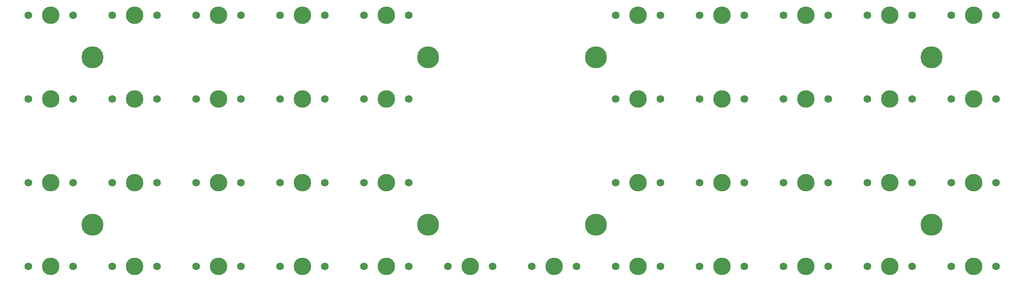
<source format=gts>
G04 #@! TF.GenerationSoftware,KiCad,Pcbnew,5.1.9+dfsg1-1*
G04 #@! TF.CreationDate,2022-03-28T16:06:31+02:00*
G04 #@! TF.ProjectId,la_nc,6c615f6e-632e-46b6-9963-61645f706362,rev?*
G04 #@! TF.SameCoordinates,Original*
G04 #@! TF.FileFunction,Soldermask,Top*
G04 #@! TF.FilePolarity,Negative*
%FSLAX46Y46*%
G04 Gerber Fmt 4.6, Leading zero omitted, Abs format (unit mm)*
G04 Created by KiCad (PCBNEW 5.1.9+dfsg1-1) date 2022-03-28 16:06:31*
%MOMM*%
%LPD*%
G01*
G04 APERTURE LIST*
%ADD10C,1.750000*%
%ADD11C,3.987800*%
%ADD12C,5.000000*%
G04 APERTURE END LIST*
D10*
X160655000Y-98425000D03*
X150495000Y-98425000D03*
D11*
X155575000Y-98425000D03*
D10*
X141605000Y-98425000D03*
X131445000Y-98425000D03*
D11*
X136525000Y-98425000D03*
D10*
X255905000Y-98425000D03*
X245745000Y-98425000D03*
D11*
X250825000Y-98425000D03*
D10*
X236855000Y-98425000D03*
X226695000Y-98425000D03*
D11*
X231775000Y-98425000D03*
D10*
X217805000Y-98425000D03*
X207645000Y-98425000D03*
D11*
X212725000Y-98425000D03*
D10*
X198755000Y-98425000D03*
X188595000Y-98425000D03*
D11*
X193675000Y-98425000D03*
D10*
X179705000Y-98425000D03*
X169545000Y-98425000D03*
D11*
X174625000Y-98425000D03*
D10*
X122555000Y-98425000D03*
X112395000Y-98425000D03*
D11*
X117475000Y-98425000D03*
D10*
X103505000Y-98425000D03*
X93345000Y-98425000D03*
D11*
X98425000Y-98425000D03*
D10*
X84455000Y-98425000D03*
X74295000Y-98425000D03*
D11*
X79375000Y-98425000D03*
D10*
X65405000Y-98425000D03*
X55245000Y-98425000D03*
D11*
X60325000Y-98425000D03*
D10*
X46355000Y-98425000D03*
X36195000Y-98425000D03*
D11*
X41275000Y-98425000D03*
D10*
X255905000Y-79375000D03*
X245745000Y-79375000D03*
D11*
X250825000Y-79375000D03*
D10*
X236855000Y-79375000D03*
X226695000Y-79375000D03*
D11*
X231775000Y-79375000D03*
D10*
X217805000Y-79375000D03*
X207645000Y-79375000D03*
D11*
X212725000Y-79375000D03*
D10*
X198755000Y-79375000D03*
X188595000Y-79375000D03*
D11*
X193675000Y-79375000D03*
D10*
X179705000Y-79375000D03*
X169545000Y-79375000D03*
D11*
X174625000Y-79375000D03*
D10*
X122555000Y-79375000D03*
X112395000Y-79375000D03*
D11*
X117475000Y-79375000D03*
D10*
X103505000Y-79375000D03*
X93345000Y-79375000D03*
D11*
X98425000Y-79375000D03*
D10*
X84455000Y-79375000D03*
X74295000Y-79375000D03*
D11*
X79375000Y-79375000D03*
D10*
X65405000Y-79375000D03*
X55245000Y-79375000D03*
D11*
X60325000Y-79375000D03*
D10*
X46355000Y-79375000D03*
X36195000Y-79375000D03*
D11*
X41275000Y-79375000D03*
D10*
X255905000Y-60325000D03*
X245745000Y-60325000D03*
D11*
X250825000Y-60325000D03*
D10*
X236855000Y-60325000D03*
X226695000Y-60325000D03*
D11*
X231775000Y-60325000D03*
D10*
X217805000Y-60325000D03*
X207645000Y-60325000D03*
D11*
X212725000Y-60325000D03*
D10*
X198755000Y-60325000D03*
X188595000Y-60325000D03*
D11*
X193675000Y-60325000D03*
D10*
X179705000Y-60325000D03*
X169545000Y-60325000D03*
D11*
X174625000Y-60325000D03*
D10*
X122555000Y-60325000D03*
X112395000Y-60325000D03*
D11*
X117475000Y-60325000D03*
D10*
X103505000Y-60325000D03*
X93345000Y-60325000D03*
D11*
X98425000Y-60325000D03*
D10*
X84455000Y-60325000D03*
X74295000Y-60325000D03*
D11*
X79375000Y-60325000D03*
D10*
X65405000Y-60325000D03*
X55245000Y-60325000D03*
D11*
X60325000Y-60325000D03*
D10*
X46355000Y-60325000D03*
X36195000Y-60325000D03*
D11*
X41275000Y-60325000D03*
D10*
X255905000Y-41275000D03*
X245745000Y-41275000D03*
D11*
X250825000Y-41275000D03*
D10*
X236855000Y-41275000D03*
X226695000Y-41275000D03*
D11*
X231775000Y-41275000D03*
D10*
X217805000Y-41275000D03*
X207645000Y-41275000D03*
D11*
X212725000Y-41275000D03*
D10*
X198755000Y-41275000D03*
X188595000Y-41275000D03*
D11*
X193675000Y-41275000D03*
D10*
X179705000Y-41275000D03*
X169545000Y-41275000D03*
D11*
X174625000Y-41275000D03*
D10*
X122555000Y-41275000D03*
X112395000Y-41275000D03*
D11*
X117475000Y-41275000D03*
D10*
X103505000Y-41275000D03*
X93345000Y-41275000D03*
D11*
X98425000Y-41275000D03*
D10*
X84455000Y-41275000D03*
X74295000Y-41275000D03*
D11*
X79375000Y-41275000D03*
D10*
X65405000Y-41275000D03*
X55245000Y-41275000D03*
D11*
X60325000Y-41275000D03*
D10*
X46355000Y-41275000D03*
X36195000Y-41275000D03*
D11*
X41275000Y-41275000D03*
D12*
X241300000Y-88900000D03*
X241300000Y-50800000D03*
X165100000Y-88900000D03*
X165100000Y-50800000D03*
X127000000Y-88900000D03*
X127000000Y-50800000D03*
X50800000Y-88900000D03*
X50800000Y-50800000D03*
M02*

</source>
